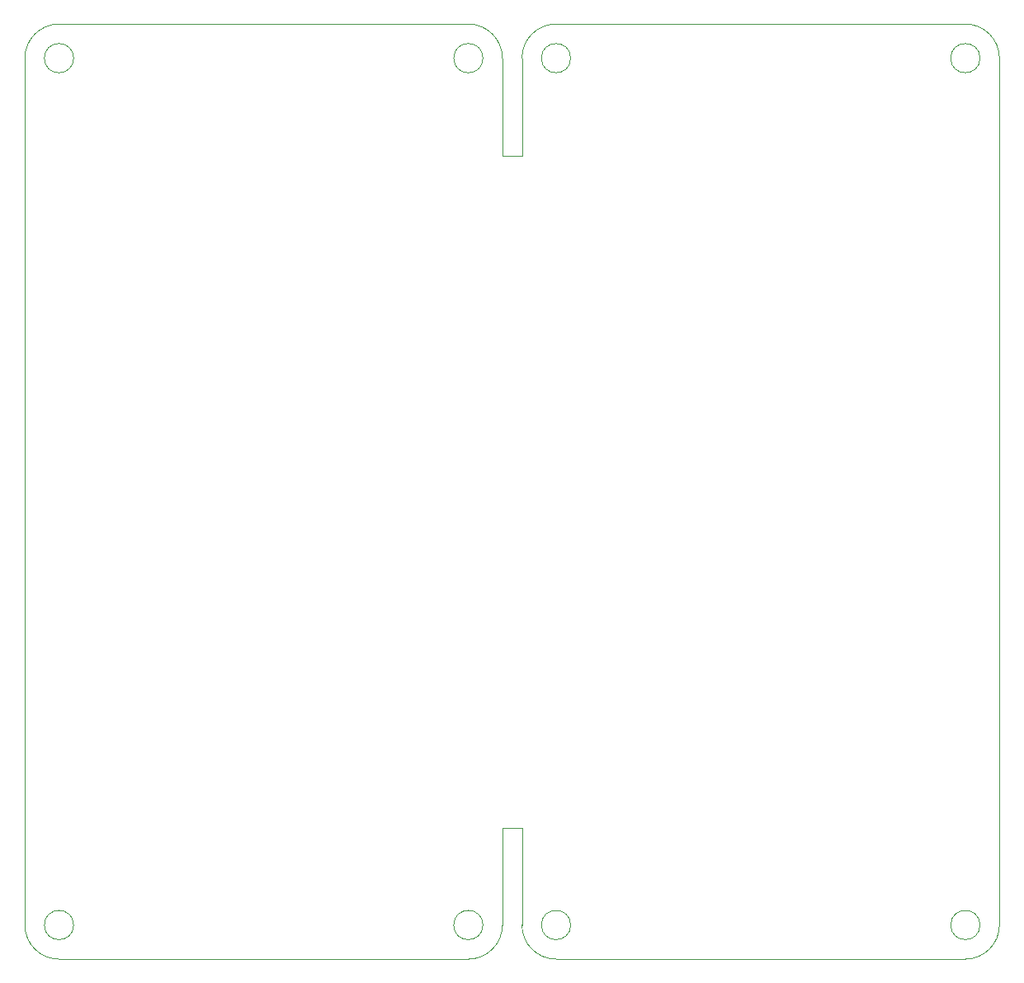
<source format=gbr>
%TF.GenerationSoftware,KiCad,Pcbnew,8.0.6*%
%TF.CreationDate,2024-12-07T22:30:06+02:00*%
%TF.ProjectId,DistorsionPedals,44697374-6f72-4736-996f-6e506564616c,rev?*%
%TF.SameCoordinates,Original*%
%TF.FileFunction,Profile,NP*%
%FSLAX46Y46*%
G04 Gerber Fmt 4.6, Leading zero omitted, Abs format (unit mm)*
G04 Created by KiCad (PCBNEW 8.0.6) date 2024-12-07 22:30:06*
%MOMM*%
%LPD*%
G01*
G04 APERTURE LIST*
%TA.AperFunction,Profile*%
%ADD10C,0.050000*%
%TD*%
%TA.AperFunction,Profile*%
%ADD11C,0.100000*%
%TD*%
G04 APERTURE END LIST*
D10*
X158275049Y-53325304D02*
X158275176Y-63325431D01*
X158274922Y-132325177D02*
X158275049Y-142325304D01*
X156274795Y-132325050D02*
X158274922Y-132325177D01*
X156274795Y-132325050D02*
X156274922Y-142325177D01*
X156274922Y-53325177D02*
X156275049Y-63325304D01*
X156275049Y-63325304D02*
X158275176Y-63325431D01*
D11*
X205275050Y-53325303D02*
G75*
G02*
X202275050Y-53325303I-1500000J0D01*
G01*
X202275050Y-53325303D02*
G75*
G02*
X205275050Y-53325303I1500000J0D01*
G01*
X158275049Y-53325304D02*
G75*
G02*
X161775049Y-49825304I3499999J1D01*
G01*
D10*
X161775049Y-49825304D02*
X203775049Y-49825304D01*
D11*
X203775049Y-49825304D02*
G75*
G02*
X207275040Y-53325304I18J-3499973D01*
G01*
X207275049Y-53325304D02*
X207275049Y-142325304D01*
X163275048Y-142325305D02*
G75*
G02*
X160275048Y-142325305I-1500000J0D01*
G01*
X160275048Y-142325305D02*
G75*
G02*
X163275048Y-142325305I1500000J0D01*
G01*
X163275048Y-53325303D02*
G75*
G02*
X160275048Y-53325303I-1500000J0D01*
G01*
X160275048Y-53325303D02*
G75*
G02*
X163275048Y-53325303I1500000J0D01*
G01*
X207275049Y-142325304D02*
G75*
G02*
X203775049Y-145825309I-3500002J-3D01*
G01*
X161775049Y-145825304D02*
G75*
G02*
X158275050Y-142325304I-2J3499997D01*
G01*
X205275050Y-142325305D02*
G75*
G02*
X202275050Y-142325305I-1500000J0D01*
G01*
X202275050Y-142325305D02*
G75*
G02*
X205275050Y-142325305I1500000J0D01*
G01*
X203775049Y-145825304D02*
X161775049Y-145825304D01*
X154274923Y-142325178D02*
G75*
G02*
X151274923Y-142325178I-1500000J0D01*
G01*
X151274923Y-142325178D02*
G75*
G02*
X154274923Y-142325178I1500000J0D01*
G01*
X152774922Y-49825177D02*
G75*
G02*
X156274946Y-53325177I4J-3500020D01*
G01*
X154274923Y-53325176D02*
G75*
G02*
X151274923Y-53325176I-1500000J0D01*
G01*
X151274923Y-53325176D02*
G75*
G02*
X154274923Y-53325176I1500000J0D01*
G01*
X110774922Y-145825177D02*
G75*
G02*
X107274922Y-142325177I30J3500030D01*
G01*
X107274922Y-53325177D02*
G75*
G02*
X110774922Y-49825177I3500004J-4D01*
G01*
X107274922Y-142325177D02*
X107274922Y-53325177D01*
X112274921Y-142325178D02*
G75*
G02*
X109274921Y-142325178I-1500000J0D01*
G01*
X109274921Y-142325178D02*
G75*
G02*
X112274921Y-142325178I1500000J0D01*
G01*
X156274922Y-142325177D02*
G75*
G02*
X152774922Y-145825193I-3499996J-20D01*
G01*
D10*
X110774922Y-49825177D02*
X152774922Y-49825177D01*
D11*
X152774922Y-145825177D02*
X110774922Y-145825177D01*
X112274921Y-53325176D02*
G75*
G02*
X109274921Y-53325176I-1500000J0D01*
G01*
X109274921Y-53325176D02*
G75*
G02*
X112274921Y-53325176I1500000J0D01*
G01*
M02*

</source>
